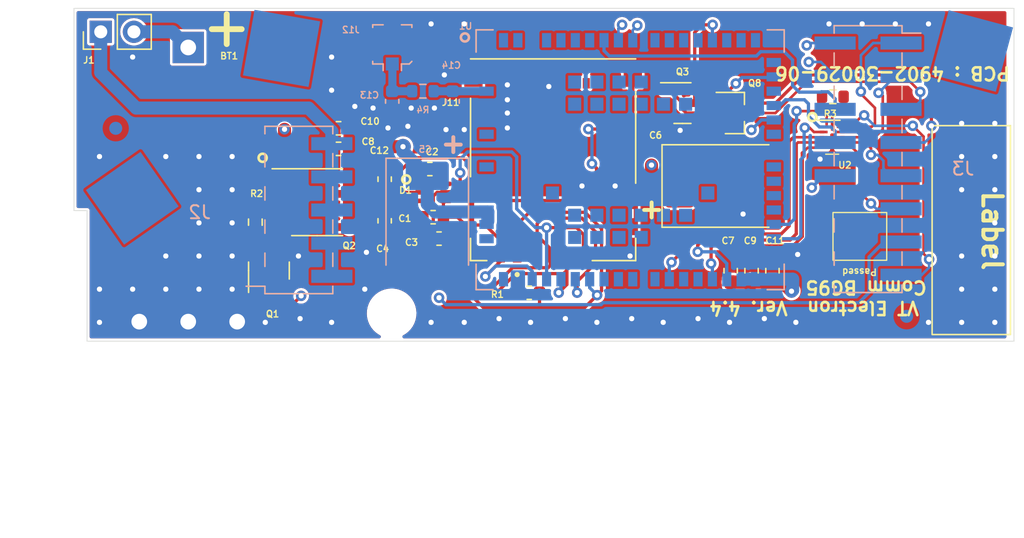
<source format=kicad_pcb>
(kicad_pcb (version 20221018) (generator pcbnew)
  (layers (0 "F.Cu" signal) (1 "In1.Cu" signal) (2 "In2.Cu" signal) (31 "B.Cu" signal) (34 "B.Paste" user) (35 "F.Paste" user) (36 "B.SilkS" user "B.Silkscreen") (37 "F.SilkS" user "F.Silkscreen") (38 "B.Mask" user) (39 "F.Mask" user) (44 "Edge.Cuts" user))
  (net 0 "")
  (net 1 "GND")
  (net 5 "/uGND")
  (net 6 "/uRST")
  (net 7 "/uCLK")
  (net 8 "/uData")
  (net 9 "/uVDD")
  (net 10 "/VBAT")
  (net 11 "/uStatus")
  (net 12 "/uPWRKEY")
  (net 13 "/+3V6")
  (net 14 "/uDTR")
  (net 15 "/TxD")
  (net 16 "/RxD")
  (net 17 "/uDCD")
  (net 18 "/RF_OUT")
  (net 19 "Net-(Q1-Pad3)")
  (net 20 "/RXD")
  (net 21 "/TXD")
  (net 22 "/VDD_EXT")
  (net 23 "/DTR")
  (net 24 "/DCD")
  (net 25 "/PWRKEY")
  (net 26 "/Status")
  (net 27 "/Alim")
  (net 59 "/+3V6d")
  (net 60 "/+3V3_UC")
  (net 61 "/RF_OUT1")
  (net 62 "Net-(R3-Pad2)")
  (net 63 "/T")
  (net 64 "/R")
  (net 65 "/D+")
  (net 66 "/D-")
  (net 67 "/Vbus")
  (footprint "Capacitor_SMD:C_0603_1608Metric" (layer "F.Cu") (at 30.51 -6.5 180)
    (fp_text reference "C1")
    (fp_text value "33p")
  )
  (footprint "Capacitor_SMD:C_0603_1608Metric" (layer "F.Cu") (at 30.26 -10.19 180)
    (fp_text reference "C2")
    (fp_text value "33p")
  )
  (footprint "Capacitor_SMD:C_0603_1608Metric" (layer "F.Cu") (at 30.9626 -4.86 180)
    (fp_text reference "C3")
    (fp_text value "33p")
  )
  (footprint "Capacitor_SMD:C_0603_1608Metric" (layer "F.Cu") (at 26.797 -6.223 -90)
    (fp_text reference "C4")
    (fp_text value "100n")
  )
  (footprint "Capacitor_Tantalum_SMD:CP_EIA-7361-38_AVX-V_Pad2.18x3.30mm_HandSolder" (layer "F.Cu") (at 52.578 -8.89)
    (fp_text reference "C6")
    (fp_text value "TAJD477K006RNJ")
  )
  (footprint "Capacitor_SMD:C_0603_1608Metric_Pad1.05x0.95mm_HandSolder" (layer "F.Cu") (at 53.3 -2.4 90)
    (fp_text reference "C7")
    (fp_text value "100n")
  )
  (footprint "Capacitor_SMD:C_0603_1608Metric_Pad1.05x0.95mm_HandSolder" (layer "F.Cu") (at 23.2664 -11.7348 180)
    (fp_text reference "C8")
    (fp_text value "100n")
  )
  (footprint "Capacitor_SMD:C_0603_1608Metric_Pad1.05x0.95mm_HandSolder" (layer "F.Cu") (at 54.9 -2.4 90)
    (fp_text reference "C9")
    (fp_text value "33p")
  )
  (footprint "Capacitor_SMD:C_0603_1608Metric_Pad1.05x0.95mm_HandSolder" (layer "F.Cu") (at 23.2664 -13.3096 180)
    (fp_text reference "C10")
    (fp_text value "33p")
  )
  (footprint "Capacitor_SMD:C_0603_1608Metric_Pad1.05x0.95mm_HandSolder" (layer "F.Cu") (at 56.5 -2.4 90)
    (fp_text reference "C11")
    (fp_text value "10p")
  )
  (footprint "Capacitor_SMD:C_0603_1608Metric_Pad1.05x0.95mm_HandSolder" (layer "F.Cu") (at 26.797 -9.412 -90)
    (fp_text reference "C12")
    (fp_text value "10p")
  )
  (footprint "Diode_SMD:SC70-6" (layer "F.Cu") (at 30.51 -8.4 -90)
    (fp_text reference "D1")
    (fp_text value "SMF05C.TCT" hide)
  )
  (footprint "Package_SO:SOIC-8_3.9x4.9mm_P1.27mm" (layer "F.Cu") (at 21.625 -7.65)
    (fp_text reference "Q2")
    (fp_text value "AO4459" hide)
  )
  (footprint "Package_TO_SOT_SMD:SOT-23" (layer "F.Cu") (at 53.594 -14.478)
    (fp_text reference "Q8")
    (fp_text value "PDTC143XT")
  )
  (footprint "Resistor_SMD:R_0603_1608Metric" (layer "F.Cu") (at 37.8714 -0.7112 180)
    (fp_text reference "R1")
    (fp_text value "15k")
  )
  (footprint "Connector_Molex:MOLEX_78646-3001" (layer "F.Cu") (at 39.7 -10.9 90)
    (fp_text reference "J11")
    (fp_text value "78646-3001")
  )
  (footprint "Package_DFN_QFN:Texas_R_PUQFN-N12" (layer "F.Cu") (at 61.075 -12.625)
    (fp_text reference "U2")
    (fp_text value "TXB0104RUT" hide)
  )
  (footprint "Resistor_SMD:R_0603_1608Metric" (layer "F.Cu") (at 61.125 -15.725)
    (fp_text reference "R3")
    (fp_text value "4k7")
  )
  (footprint "Package_TO_SOT_SMD:SOT-23" (layer "F.Cu") (at 17.9324 -2.413 90)
    (fp_text reference "Q1")
    (fp_text value "PDTC143XT")
  )
  (footprint "Battery:HLC1520-3P" (layer "F.Cu") (at 11.75 -19.5 -90)
    (fp_text reference "BT1")
    (fp_text value "HLC1520-3P")
  )
  (footprint "MountingHole:MountingHole_2.5mm  Simpla" (layer "F.Cu") (at 27.3304 0.8636)
    (fp_text reference "H1" hide)
    (fp_text value "MountingHole" hide)
  )
  (footprint "Fiducial:Fiducial_1mm_Mask2mm" (layer "F.Cu") (at 72.2376 -20.2946)
    (fp_text reference "FID1" hide)
    (fp_text value "Fiducial" hide)
  )
  (footprint "Resistor_SMD:R_0603_1608Metric" (layer "F.Cu") (at 16.891 -6.1214 -90)
    (fp_text reference "R2")
    (fp_text value "4k7" hide)
  )
  (footprint "Connector_PinHeader_2.54mm:PinHeader_1x02_P2.54mm_Vertical" (layer "F.Cu") (at 5.0496 -20.7 90)
    (fp_text reference "J1")
    (fp_text value "DNP")
  )
  (footprint "Fiducial:Fiducial_1mm_Mask2mm" (layer "F.Cu") (at 6.223 -2.794)
    (fp_text reference "FID4" hide)
    (fp_text value "Fiducial" hide)
  )
  (footprint "Symbol:Eticheta" (layer "F.Cu") (at 71.7296 -5.5118 -90)
    (fp_text reference "TP1" hide)
    (fp_text value "Eticheta" hide)
  )
  (footprint "Package_TO_SOT_SMD:SOT-23" (layer "F.Cu") (at 49.6085 -15.24)
    (fp_text reference "Q3")
    (fp_text value "PDTC143XT")
  )
  (footprint "BG95:XCVR_BG95M3LA-64-SGNS" (layer "B.Cu") (at 45.6 -10.9 -90)
    (fp_text reference "U1")
    (fp_text value "BG95")
  )
  (footprint "Capacitor_Tantalum_SMD:CP_EIA-7361-38_AVX-V_Pad2.18x3.30mm_HandSolder" (layer "B.Cu") (at 30.06 -6.48 -90)
    (fp_text reference "C5")
    (fp_text value "TAJD477K006RNJ")
  )
  (footprint "Connector_Coaxial:U.FL_Molex_MCRF_73412-0110_Vertical" (layer "B.Cu") (at 27.3812 -19.7358 180)
    (fp_text reference "J12")
    (fp_text value "CONUFL001-SMD-T" hide)
  )
  (footprint "Connector_PinHeader_2.54mm:PinHeader_2x08_P2.54mm_Vertical_SMD_MOD" (layer "B.Cu") (at 63.825 -10.95 180)
    (fp_text reference "J3")
    (fp_text value "Conn_02x08_Counter_Clockwise")
  )
  (footprint "TestPoint:TestPoint_Pad_5.1x5.1mm" (layer "B.Cu") (at 18.8976 -19.431 170)
    (fp_text reference "J5" hide)
    (fp_text value "Conn_01x01_Male" hide)
  )
  (footprint "Fiducial:Fiducial_1mm_Mask2mm" (layer "B.Cu") (at 66.7766 1.0922 180)
    (fp_text reference "FID2" hide)
    (fp_text value "Fiducial" hide)
  )
  (footprint "Resistor_SMD:R_0603_1608Metric" (layer "B.Cu") (at 29.725 -16.15)
    (fp_text reference "R4")
    (fp_text value "0")
  )
  (footprint "Connector_PinHeader_2.54mm:PinHeader_2x05_P2.54mm_Vertical_SMD_MOD" (layer "B.Cu") (at 20.225 -7.05)
    (fp_text reference "J2")
    (fp_text value "Conn_02x05_Counter_Clockwise")
  )
  (footprint "Capacitor_SMD:C_0603_1608Metric" (layer "B.Cu") (at 27.375 -15.375 -90)
    (fp_text reference "C13")
    (fp_text value "DNP")
  )
  (footprint "TestPoint:TestPoint_Pad_5.1x5.1mm" (layer "B.Cu") (at 71.8058 -19.2278 165)
    (fp_text reference "J6" hide)
    (fp_text value "Conn_01x01_Male" hide)
  )
  (footprint "TestPoint:TestPoint_Pad_5.1x5.1mm" (layer "B.Cu") (at 7.4676 -7.9502 125)
    (fp_text reference "J4" hide)
    (fp_text value "Conn_01x01_Male" hide)
  )
  (footprint "Fiducial:Fiducial_1mm_Mask2mm" (layer "B.Cu") (at 6.1976 -13.3096 180)
    (fp_text reference "FID3" hide)
    (fp_text value "Fiducial" hide)
  )
  (footprint "Capacitor_SMD:C_0603_1608Metric" (layer "B.Cu") (at 32 -15.375 -90)
    (fp_text reference "C14")
    (fp_text value "DNP")
  )
  (gr_circle (center 32.9438 -20.2692) (end 33.253847 -20.2692) (stroke (width 0.2)) (fill none) (layer "B.SilkS"))
  (gr_circle (center 28.448 -9.398) (end 28.758047 -9.398) (stroke (width 0.2)) (fill none) (layer "F.SilkS"))
  (gr_circle (center 59.563 -14.1732) (end 59.873047 -14.1732) (stroke (width 0.2)) (fill none) (layer "F.SilkS"))
  (gr_circle (center 17.4498 -11.049) (end 17.759847 -11.049) (stroke (width 0.2)) (fill none) (layer "F.SilkS"))
  (gr_rect (start 61.1378 -6.858) (end 65.2526 -3.2004) (stroke (width 0.1)) (fill none) (layer "F.SilkS"))
  (gr_line (start 4 -7) (end 4 3) (stroke (width 0.05)) (layer "Edge.Cuts"))
  (gr_line locked (start 75 3) (end 4 3) (stroke (width 0.05)) (layer "Edge.Cuts"))
  (gr_line (start 3 -22.5) (end 3 -7) (stroke (width 0.05)) (layer "Edge.Cuts"))
  (gr_line (start 75 3) (end 75 -22.5) (stroke (width 0.05)) (layer "Edge.Cuts"))
  (gr_line (start 3 -7) (end 4 -7) (stroke (width 0.05)) (layer "Edge.Cuts"))
  (gr_line (start 75 -22.5) (end 3 -22.5) (stroke (width 0.05)) (layer "Edge.Cuts"))
  (gr_text "+" (at 32.0548 -12.1666) (layer "B.SilkS") (effects (font (size 1.5 1.5) (thickness 0.3))))
  (gr_text "PCB : 4902-30029-06" (at 65.6844 -17.526 180) (layer "F.SilkS") (effects (font (size 1 1) (thickness 0.2))))
  (gr_text "VT Electron  Ver. 4.4\n\n" (at 59.69 -0.3556 180) (layer "F.SilkS") (effects (font (size 1 1) (thickness 0.2))))
  (gr_text "Label" (at 73.3298 -5.461 270) (layer "F.SilkS") (effects (font (size 1.5 1.5) (thickness 0.3))))
  (gr_text "Passed" (at 63.1698 -2.3114 180) (layer "F.SilkS") (effects (font (size 0.5 0.5) (thickness 0.1))))
  (gr_text "Comm BG95\n\n" (at 63.6778 -1.9304 180) (layer "F.SilkS") (effects (font (size 1 1) (thickness 0.2))))
  (gr_text "+" (at 47.244 -7.1628) (layer "F.SilkS") (effects (font (size 1.5 1.5) (thickness 0.3))))
  (segment (start 56.25 -3.25) (end 56.3 -3.2) (width 0.25) (layer "F.Cu") (net 1))
  (segment (start 55.7655 -8.2555) (end 54.25 -6.74) (width 0.25) (layer "F.Cu") (net 1))
  (segment (start 60.4066 -10.775) (end 60.25 -10.775) (width 0.25) (layer "F.Cu") (net 1))
  (segment (start 56.5 -3.275) (end 58.055 -3.275) (width 0.25) (layer "F.Cu") (net 1))
  (segment (start 53.3 -3.275) (end 54.875 -3.275) (width 0.25) (layer "F.Cu") (net 1))
  (segment (start 61.075 -11.825) (end 61.075 -11.025) (width 0.25) (layer "F.Cu") (net 1))
  (segment (start 55.7655 -8.89) (end 55.7655 -8.2555) (width 0.25) (layer "F.Cu") (net 1))
  (segment (start 60.825 -10.775) (end 60.4066 -10.775) (width 0.25) (layer "F.Cu") (net 1))
  (segment (start 49.43 -13.15) (end 49.808 -13.528) (width 0.25) (layer "F.Cu") (net 1))
  (segment (start 60.4066 -10.775) (end 60.3196 -10.775) (width 0.25) (layer "F.Cu") (net 1))
  (segment (start 58.432288 -3.647712) (end 58.432288 -3.644211) (width 0.25) (layer "F.Cu") (net 1))
  (segment (start 60.3196 -10.775) (end 60.1472 -10.9474) (width 0.25) (layer "F.Cu") (net 1))
  (segment (start 48.9 -13.15) (end 49.43 -13.15) (width 0.25) (layer "F.Cu") (net 1))
  (segment (start 60.25 -10.775) (end 60.225 -10.8) (width 0.25) (layer "F.Cu") (net 1))
  (segment (start 58.055 -3.275) (end 58.43 -3.65) (width 0.25) (layer "F.Cu") (net 1))
  (segment (start 48.671 -14.29) (end 48.671 -13.379) (width 0.25) (layer "F.Cu") (net 1))
  (segment (start 54.9 -3.275) (end 56.275 -3.275) (width 0.25) (layer "F.Cu") (net 1))
  (segment (start 48.671 -13.379) (end 48.9 -13.15) (width 0.25) (layer "F.Cu") (net 1))
  (segment (start 54.875 -3.275) (end 54.9 -3.25) (width 0.25) (layer "F.Cu") (net 1))
  (segment (start 49.808 -13.528) (end 52.594 -13.528) (width 0.25) (layer "F.Cu") (net 1))
  (segment (start 54.875 -3.275) (end 54.9 -3.3) (width 0.25) (layer "F.Cu") (net 1))
  (segment (start 58.43 -3.65) (end 58.432288 -3.647712) (width 0.25) (layer "F.Cu") (net 1))
  (segment (start 61.075 -11.025) (end 60.825 -10.775) (width 0.25) (layer "F.Cu") (net 1))
  (via (at 15.113 -11.145394) (size 0.8) (drill 0.4) (layers "F.Cu" "B.Cu") (net 1))
  (via (at 65.913 -21.305394) (size 0.8) (drill 0.4) (layers "F.Cu" "B.Cu") (net 1))
  (via (at 31.369 -17.399) (size 0.8) (drill 0.4) (layers "F.Cu" "B.Cu") (net 1))
  (via (at 39.37 -16.51) (size 0.8) (drill 0.4) (layers "F.Cu" "B.Cu") (net 1))
  (via (at 12.573 -0.985394) (size 0.8) (drill 0.4) (layers "F.Cu" "B.Cu") (net 1))
  (via (at 70.993 -11.145394) (size 0.8) (drill 0.4) (layers "F.Cu" "B.Cu") (net 1))
  (via (at 58.432288 -3.644211) (size 0.8) (drill 0.4) (layers "F.Cu" "B.Cu") (net 1))
  (via (at 73.533 -3.525394) (size 0.8) (drill 0.4) (layers "F.Cu" "B.Cu") (net 1))
  (via (at 10.033 -11.145394) (size 0.8) (drill 0.4) (layers "F.Cu" "B.Cu") (net 1))
  (via (at 36.195 -13.335) (size 0.8) (drill 0.4) (layers "F.Cu" "B.Cu") (net 1))
  (via (at 20.32 1.27) (size 0.8) (drill 0.4) (layers "F.Cu" "B.Cu") (net 1))
  (via (at 12.573 -8.605394) (size 0.8) (drill 0.4) (layers "F.Cu" "B.Cu") (net 1))
  (via (at 45.593 -3.525394) (size 0.8) (drill 0.4) (layers "F.Cu" "B.Cu") (net 1))
  (via (at 70.993 -13.685394) (size 0.8) (drill 0.4) (layers "F.Cu" "B.Cu") (net 1))
  (via (at 44.45 -8.89) (size 0.8) (drill 0.4) (layers "F.Cu" "B.Cu") (net 1))
  (via (at 35.56 1.27) (size 0.8) (drill 0.4) (layers "F.Cu" "B.Cu") (net 1))
  (via (at 70.993 -0.985394) (size 0.8) (drill 0.4) (layers "F.Cu" "B.Cu") (net 1))
  (via (at 53.213 1.554606) (size 0.8) (drill 0.4) (layers "F.Cu" "B.Cu") (net 1))
  (via (at 60.1472 -10.9474) (size 0.8) (drill 0.4) (layers "F.Cu" "B.Cu") (net 1))
  (via (at 41.91 -8.89) (size 0.8) (drill 0.4) (layers "F.Cu" "B.Cu") (net 1))
  (via (at 31.496 -13.208) (size 0.8) (drill 0.4) (layers "F.Cu" "B.Cu") (net 1))
  (via (at 12.573 -3.525394) (size 0.8) (drill 0.4) (layers "F.Cu" "B.Cu") (net 1))
  (via (at 32.893 -13.208) (size 0.8) (drill 0.4) (layers "F.Cu" "B.Cu") (net 1))
  (via (at 12.573 -6.065394) (size 0.8) (drill 0.4) (layers "F.Cu" "B.Cu") (net 1))
  (via (at 73.533 -13.685394) (size 0.8) (drill 0.4) (layers "F.Cu" "B.Cu") (net 1))
  (via (at 28.575 -13.462) (size 0.8) (drill 0.4) (layers "F.Cu" "B.Cu") (net 1))
  (via (at 55.88 1.27) (size 0.8) (drill 0.4) (layers "F.Cu" "B.Cu") (net 1))
  (via (at 36.195 -14.478) (size 0.8) (drill 0.4) (layers "F.Cu" "B.Cu") (net 1))
  (via (at 73.533 -8.605394) (size 0.8) (drill 0.4) (layers "F.Cu" "B.Cu") (net 1))
  (via (at 32.893 -21.305394) (size 0.8) (drill 0.4) (layers "F.Cu" "B.Cu") (net 1))
  (via (at 58.293 1.554606) (size 0.8) (drill 0.4) (layers "F.Cu" "B.Cu") (net 1))
  (via (at 37.973 1.554606) (size 0.8) (drill 0.4) (layers "F.Cu" "B.Cu") (net 1))
  (via (at 45.72 1.27) (size 0.8) (drill 0.4) (layers "F.Cu" "B.Cu") (net 1))
  (via (at 30.353 -21.305394) (size 0.8) (drill 0.4) (layers "F.Cu" "B.Cu") (net 1))
  (via (at 20.193 -3.525394) (size 0.8) (drill 0.4) (layers "F.Cu" "B.Cu") (net 1))
  (via (at 25.908 -14.859) (size 0.8) (drill 0.4) (layers "F.Cu" "B.Cu") (net 1))
  (via (at 68.453 -21.305394) (size 0.8) (drill 0.4) (layers "F.Cu" "B.Cu") (net 1))
  (via (at 4.953 -11.145394) (size 0.8) (drill 0.4) (layers "F.Cu" "B.Cu") (net 1))
  (via (at 25.4 -3.81) (size 0.8) (drill 0.4) (layers "F.Cu" "B.Cu") (net 1))
  (via (at 70.993 -8.605394) (size 0.8) (drill 0.4) (layers "F.Cu" "B.Cu") (net 1))
  (via (at 36.195 -16.637) (size 0.8) (drill 0.4) (layers "F.Cu" "B.Cu") (net 1))
  (via (at 49.43 -13.15) (size 0.8) (drill 0.4) (layers "F.Cu" "B.Cu") (net 1))
  (via (at 36.195 -15.494) (size 0.8) (drill 0.4) (layers "F.Cu" "B.Cu") (net 1))
  (via (at 24.511 -14.986) (size 0.8) (drill 0.4) (layers "F.Cu" "B.Cu") (net 1))
  (via (at 15.113 -3.525394) (size 0.8) (drill 0.4) (layers "F.Cu" "B.Cu") (net 1))
  (via (at 22.733 -16.225394) (size 0.8) (drill 0.4) (layers "F.Cu" "B.Cu") (net 1))
  (via (at 60.833 -21.305394) (size 0.8) (drill 0.4) (layers "F.Cu" "B.Cu") (net 1))
  (via (at 70.993 -3.525394) (size 0.8) (drill 0.4) (layers "F.Cu" "B.Cu") (net 1))
  (via (at 27.051 -13.335) (size 0.8) (drill 0.4) (layers "F.Cu" "B.Cu") (net 1))
  (via (at 28.829 -14.859) (size 0.8) (drill 0.4) (layers "F.Cu" "B.Cu") (net 1))
  (via (at 68.453 1.554606) (size 0.8) (drill 0.4) (layers "F.Cu" "B.Cu") (net 1))
  (via (at 73.533 1.554606) (size 0.8) (drill 0.4) (layers "F.Cu" "B.Cu") (net 1))
  (via (at 73.533 -11.145394) (size 0.8) (drill 0.4) (layers "F.Cu" "B.Cu") (net 1))
  (via (at 7.493 -18.765394) (size 0.8) (drill 0.4) (layers "F.Cu" "B.Cu") (net 1))
  (via (at 32.893 1.554606) (size 0.8) (drill 0.4) (layers "F.Cu" "B.Cu") (net 1))
  (via (at 15.113 -6.065394) (size 0.8) (drill 0.4) (layers "F.Cu" "B.Cu") (net 1))
  (via (at 10.033 -3.525394) (size 0.8) (drill 0.4) (layers "F.Cu" "B.Cu") (net 1))
  (via (at 12.573 -11.145394) (size 0.8) (drill 0.4) (layers "F.Cu" "B.Cu") (net 1))
  (via (at 30.353 1.554606) (size 0.8) (drill 0.4) (layers "F.Cu" "B.Cu") (net 1))
  (via (at 63.373 -21.305394) (size 0.8) (drill 0.4) (layers "F.Cu" "B.Cu") (net 1))
  (via (at 10.033 -0.985394) (size 0.8) (drill 0.4) (layers "F.Cu" "B.Cu") (net 1))
  (via (at 54.25 -6.74) (size 0.8) (drill 0.4) (layers "F.Cu" "B.Cu") (net 1))
  (via (at 7.493 -0.985394) (size 0.8) (drill 0.4) (layers "F.Cu" "B.Cu") (net 1))
  (via (at 70.993 1.554606) (size 0.8) (drill 0.4) (layers "F.Cu" "B.Cu") (net 1))
  (via (at 15.113 -0.985394) (size 0.8) (drill 0.4) (layers "F.Cu" "B.Cu") (net 1))
  (via (at 48.133 1.554606) (size 0.8) (drill 0.4) (layers "F.Cu" "B.Cu") (net 1))
  (via (at 73.533 -6.065394) (size 0.8) (drill 0.4) (layers "F.Cu" "B.Cu") (net 1))
  (via (at 22.733 -18.765394) (size 0.8) (drill 0.4) (layers "F.Cu" "B.Cu") (net 1))
  (via (at 73.533 -0.985394) (size 0.8) (drill 0.4) (layers "F.Cu" "B.Cu") (net 1))
  (via (at 4.953 -0.985394) (size 0.8) (drill 0.4) (layers "F.Cu" "B.Cu") (net 1))
  (via (at 40.64 1.27) (size 0.8) (drill 0.4) (layers "F.Cu" "B.Cu") (net 1))
  (via (at 30.607 -14.859) (size 0.8) (drill 0.4) (layers "F.Cu" "B.Cu") (net 1))
  (via (at 25.273 -0.985394) (size 0.8) (drill 0.4) (layers "F.Cu" "B.Cu") (net 1))
  (via (at 15.113 -8.605394) (size 0.8) (drill 0.4) (layers "F.Cu" "B.Cu") (net 1))
  (via (at 50.8 1.27) (size 0.8) (drill 0.4) (layers "F.Cu" "B.Cu") (net 1))
  (via (at 43.053 1.554606) (size 0.8) (drill 0.4) (layers "F.Cu" "B.Cu") (net 1))
  (via (at 17.653 1.554606) (size 0.8) (drill 0.4) (layers "F.Cu" "B.Cu") (net 1))
  (via (at 22.733 1.554606) (size 0.8) (drill 0.4) (layers "F.Cu" "B.Cu") (net 1))
  (via (at 4.953 1.554606) (size 0.8) (drill 0.4) (layers "F.Cu" "B.Cu") (net 1))
  (segment (start 33.43 -7.775) (end 35.925 -7.775) (width 0.25) (layer "F.Cu") (net 5))
  (segment (start 35.675 -4.725) (end 34.5 -5.9) (width 0.25) (layer "F.Cu") (net 5))
  (segment (start 43.025 -7.775) (end 43.025 -10.25) (width 0.25) (layer "F.Cu") (net 5))
  (segment (start 42.4 -13.25) (end 45.175 -13.25) (width 0.25) (layer "F.Cu") (net 5))
  (segment (start 28.01 -6.9) (end 28.41 -6.5) (width 0.25) (layer "F.Cu") (net 5))
  (segment (start 34.5 -5.9) (end 33.6 -5.9) (width 0.25) (layer "F.Cu") (net 5))
  (segment (start 29.4725 -10.19) (end 29.4725 -10.9225) (width 0.25) (layer "F.Cu") (net 5))
  (segment (start 36.795 -7.775) (end 43.025 -7.775) (width 0.25) (layer "F.Cu") (net 5))
  (segment (start 45.24 -17.9) (end 45.805 -17.335) (width 0.25) (layer "F.Cu") (net 5))
  (segment (start 28.41 -6.5) (end 29.61 -6.5) (width 0.25) (layer "F.Cu") (net 5))
  (segment (start 28.11 -8.4) (end 28.01 -8.3) (width 0.25) (layer "F.Cu") (net 5))
  (segment (start 27.8995 -7.0105) (end 28.01 -6.9) (width 0.25) (layer "F.Cu") (net 5))
  (segment (start 26.797 -7.0105) (end 27.8995 -7.0105) (width 0.25) (layer "F.Cu") (net 5))
  (segment (start 29.6 -11.05) (end 29.01 -11.05) (width 0.25) (layer "F.Cu") (net 5))
  (segment (start 32.78548 -11.05) (end 29.6 -11.05) (width 0.25) (layer "F.Cu") (net 5))
  (segment (start 45.925 -7.775) (end 46 -7.7) (width 0.25) (layer "F.Cu") (net 5))
  (segment (start 29.4725 -10.9225) (end 29.6 -11.05) (width 0.25) (layer "F.Cu") (net 5))
  (segment (start 35.55 -17.9) (end 45.24 -17.9) (width 0.25) (layer "F.Cu") (net 5))
  (segment (start 46 -7.7) (end 46 -5.8) (width 0.25) (layer "F.Cu") (net 5))
  (segment (start 29.7225 -5.3126) (end 30.1751 -4.86) (width 0.25) (layer "F.Cu") (net 5))
  (segment (start 35.675 -3.605) (end 35.675 -3.135) (width 0.25) (layer "F.Cu") (net 5))
  (segment (start 29.01 -11.05) (end 28.16 -10.2) (width 0.25) (layer "F.Cu") (net 5))
  (segment (start 43.025 -10.25) (end 42.675 -10.6) (width 0.25) (layer "F.Cu") (net 5))
  (segment (start 35.675 -3.605) (end 35.675 -4.725) (width 0.25) (layer "F.Cu") (net 5))
  (segment (start 28.01 -10.05) (end 28.01 -8.3) (width 0.25) (layer "F.Cu") (net 5))
  (segment (start 45.805 -13.88) (end 45.805 -17.335) (width 0.25) (layer "F.Cu") (net 5))
  (segment (start 43.025 -7.775) (end 45.925 -7.775) (width 0.25) (layer "F.Cu") (net 5))
  (segment (start 35.925 -7.775) (end 36.795 -7.775) (width 0.25) (layer "F.Cu") (net 5))
  (segment (start 34.985 -17.335) (end 35.55 -17.9) (width 0.25) (layer "F.Cu") (net 5))
  (segment (start 33.4 -5.9) (end 33.4 -7.8) (width 0.25) (layer "F.Cu") (net 5))
  (segment (start 33.6 -5.9) (end 33.4 -5.9) (width 0.25) (layer "F.Cu") (net 5))
  (segment (start 29.7225 -6.5) (end 29.7225 -5.3126) (width 0.25) (layer "F.Cu") (net 5))
  (segment (start 33.43 -10.40548) (end 32.78548 -11.05) (width 0.25) (layer "F.Cu") (net 5))
  (segment (start 28.01 -6.9) (end 28.01 -8.3) (width 0.25) (layer "F.Cu") (net 5))
  (segment (start 35.675 -3.135) (end 35.675 -3.125) (width 0.25) (layer "F.Cu") (net 5))
  (segment (start 29.56 -8.4) (end 28.11 -8.4) (width 0.25) (layer "F.Cu") (net 5))
  (segment (start 45.175 -13.25) (end 45.805 -13.88) (width 0.25) (layer "F.Cu") (net 5))
  (segment (start 28.16 -10.2) (end 28.01 -10.05) (width 0.25) (layer "F.Cu") (net 5))
  (segment (start 33.595 -17.335) (end 34.985 -17.335) (width 0.25) (layer "F.Cu") (net 5))
  (segment (start 33.43 -7.775) (end 33.43 -10.40548) (width 0.25) (layer "F.Cu") (net 5))
  (segment (start 35.675 -3.125) (end 34.51 -1.96) (width 0.25) (layer "F.Cu") (net 5))
  (via (at 42.675 -10.6) (size 0.8) (drill 0.4) (layers "F.Cu" "B.Cu") (net 5))
  (via (at 34.51 -1.96) (size 0.8) (drill 0.4) (layers "F.Cu" "B.Cu") (net 5))
  (via (at 42.4 -13.25) (size 0.8) (drill 0.4) (layers "F.Cu" "B.Cu") (net 5))
  (segment (start 42.675 -12.975) (end 42.4 -13.25) (width 0.25) (layer "B.Cu") (net 5))
  (segment (start 35.31 -2.76) (end 37.69 -2.76) (width 0.25) (layer "B.Cu") (net 5))
  (segment (start 38.1 -2.35) (end 38.1 -1.75) (width 0.25) (layer "B.Cu") (net 5))
  (segment (start 42.675 -10.6) (end 42.675 -12.975) (width 0.25) (layer "B.Cu") (net 5))
  (segment (start 34.51 -1.96) (end 35.31 -2.76) (width 0.25) (layer "B.Cu") (net 5))
  (segment (start 37.69 -2.76) (end 38.1 -2.35) (width 0.25) (layer "B.Cu") (net 5))
  (segment (start 32.38 -6.5) (end 32.87 -6.01) (width 0.25) (layer "F.Cu") (net 6))
  (segment (start 36.59 -2.63) (end 39.32 -2.63) (width 0.25) (layer "F.Cu") (net 6))
  (segment (start 42.95 -5.38) (end 42.95 -2.980978) (width 0.25) (layer "F.Cu") (net 6))
  (segment (start 32.87 -2.38) (end 34.05 -1.2) (width 0.25) (layer "F.Cu") (net 6))
  (segment (start 41.905489 -6.424511) (end 42.95 -5.38) (width 0.25) (layer "F.Cu") (net 6))
  (segment (start 31.2975 -6.5) (end 31.2975 -7.5875) (width 0.25) (layer "F.Cu") (net 6))
  (segment (start 41.54 -1.570978) (end 41.54 -0.719989) (width 0.25) (layer "F.Cu") (net 6))
  (segment (start 38.475489 -5.104511) (end 38.475489 -6.000103) (width 0.25) (layer "F.Cu") (net 6))
  (segment (start 39.485 -4.095) (end 38.475489 -5.104511) (width 0.25) (layer "F.Cu") (net 6))
  (segment (start 32.87 -6.01) (end 32.87 -2.38) (width 0.25) (layer "F.Cu") (net 6))
  (segment (start 34.05 -1.2) (end 35.16 -1.2) (width 0.25) (layer "F.Cu") (net 6))
  (segment (start 39.485 -3.605) (end 39.485 -4.095) (width 0.25) (layer "F.Cu") (net 6))
  (segment (start 35.16 -1.2) (end 36.59 -2.63) (width 0.25) (layer "F.Cu") (net 6))
  (segment (start 39.32 -2.63) (end 39.485 -2.795) (width 0.25) (layer "F.Cu") (net 6))
  (segment (start 39.485 -2.795) (end 39.485 -3.605) (width 0.25) (layer "F.Cu") (net 6))
  (segment (start 38.899897 -6.424511) (end 41.905489 -6.424511) (width 0.25) (layer "F.Cu") (net 6))
  (segment (start 38.475489 -6.000103) (end 38.899897 -6.424511) (width 0.25) (layer "F.Cu") (net 6))
  (segment (start 31.2975 -6.5) (end 32.38 -6.5) (width 0.25) (layer "F.Cu") (net 6))
  (segment (start 31.2975 -7.5875) (end 31.46 -7.75) (width 0.25) (layer "F.Cu") (net 6))
  (segment (start 42.95 -2.980978) (end 41.54 -1.570978) (width 0.25) (layer "F.Cu") (net 6))
  (via (at 41.54 -0.719989) (size 0.8) (drill 0.4) (layers "F.Cu" "B.Cu") (net 6))
  (segment (start 41.4 -0.67) (end 41.449989 -0.719989) (width 0.25) (layer "B.Cu") (net 6))
  (segment (start 41.4 -1.75) (end 41.4 -0.67) (width 0.25) (layer "B.Cu") (net 6))
  (segment (start 41.449989 -0.719989) (end 41.54 -0.719989) (width 0.25) (layer "B.Cu") (net 6))
  (segment (start 32.33 -9.05) (end 32.58 -9.3) (width 0.25) (layer "F.Cu") (net 7))
  (segment (start 41.5 -5.7) (end 39.2 -5.7) (width 0.25) (layer "F.Cu") (net 7))
  (segment (start 42.025 -5.175) (end 41.5 -5.7) (width 0.25) (layer "F.Cu") (net 7))
  (segment (start 31.46 -9.05) (end 32.33 -9.05) (width 0.25) (layer "F.Cu") (net 7))
  (segment (start 31.0475 -9.4625) (end 31.46 -9.05) (width 0.25) (layer "F.Cu") (net 7))
  (segment (start 31.0475 -10.19) (end 31.0475 -9.4625) (width 0.25) (layer "F.Cu") (net 7))
  (segment (start 42.025 -3.605) (end 42.025 -5.175) (width 0.25) (layer "F.Cu") (net 7))
  (segment (start 32.58 -9.3) (end 32.58 -9.9) (width 0.25) (layer "F.Cu") (net 7))
  (via (at 32.58 -9.9) (size 0.8) (drill 0.4) (layers "F.Cu" "B.Cu") (net 7))
  (via (at 39.2 -5.7) (size 0.8) (drill 0.4) (layers "F.Cu" "B.Cu") (net 7))
  (segment (start 36.91 -7.14) (end 38.35 -5.7) (width 0.25) (layer "B.Cu") (net 7))
  (segment (start 36.53 -11.5) (end 36.91 -11.12) (width 0.25) (layer "B.Cu") (net 7))
  (segment (start 32.58 -9.9) (end 32.58 -10.94) (width 0.25) (layer "B.Cu") (net 7))
  (segment (start 32.58 -10.94) (end 33.14 -11.5) (width 0.25) (layer "B.Cu") (net 7))
  (segment (start 33.14 -11.5) (end 36.53 -11.5) (width 0.25) (layer "B.Cu") (net 7))
  (segment (start 36.91 -11.12) (end 36.91 -7.14) (width 0.25) (layer "B.Cu") (net 7))
  (segment (start 39.2 -1.9) (end 39.3 -1.8) (width 0.25) (layer "B.Cu") (net 7))
  (segment (start 39.2 -5.7) (end 39.2 -1.9) (width 0.25) (layer "B.Cu") (net 7))
  (segment (start 38.35 -5.7) (end 39.2 -5.7) (width 0.25) (layer "B.Cu") (net 7))
  (segment (start 40.50048 -2.18048) (end 37.18168 -2.18048) (width 0.25) (layer "F.Cu") (net 8))
  (segment (start 31.7501 -2.8701) (end 31.7501 -4.86) (width 0.25) (layer "F.Cu") (net 8))
  (segment (start 37.0839 -2.0827) (end 37.18168 -2.18048) (width 0.25) (layer "F.Cu") (net 8))
  (segment (start 40.13 -0.72) (end 40.755 -1.345) (width 0.25) (layer "F.Cu") (net 8))
  (segment (start 40.755 -2.435) (end 40.50048 -2.18048) (width 0.25) (layer "F.Cu") (net 8))
  (segment (start 40.755 -2.435) (end 40.755 -3.605) (width 0.25) (layer "F.Cu") (net 8))
  (segment (start 36.84048 -2.18048) (end 35.41 -0.75) (width 0.25) (layer "F.Cu") (net 8))
  (segment (start 31.46 -8.4) (end 30.81 -8.4) (width 0.25) (layer "F.Cu") (net 8))
  (segment (start 30.81 -8.4) (end 30.52 -8.11) (width 0.25) (layer "F.Cu") (net 8))
  (segment (start 30.8102 -5.5626) (end 31.3436 -5.5626) (width 0.25) (layer "F.Cu") (net 8))
  (segment (start 33.864283 -0.75) (end 32.42048 -2.193803) (width 0.25) (layer "F.Cu") (net 8))
  (segment (start 37.0839 -0.7112) (end 37.0839 -2.0827) (width 0.25) (layer "F.Cu") (net 8))
  (segment (start 30.52 -8.11) (end 30.52 -5.8528) (width 0.25) (layer "F.Cu") (net 8))
  (segment (start 31.7501 -5.1561) (end 31.7501 -4.86) (width 0.25) (layer "F.Cu") (net 8))
  (segment (start 32.42048 -2.19972) (end 31.7501 -2.8701) (width 0.25) (layer "F.Cu") (net 8))
  (segment (start 31.3436 -5.5626) (end 31.7501 -5.1561) (width 0.25) (layer "F.Cu") (net 8))
  (segment (start 40.755 -1.345) (end 40.755 -2.435) (width 0.25) (layer "F.Cu") (net 8))
  (segment (start 32.42048 -2.193803) (end 32.42048 -2.19972) (width 0.25) (layer "F.Cu") (net 8))
  (segment (start 30.52 -5.8528) (end 30.8102 -5.5626) (width 0.25) (layer "F.Cu") (net 8))
  (segment (start 35.41 -0.75) (end 33.864283 -0.75) (width 0.25) (layer "F.Cu") (net 8))
  (segment (start 37.18168 -2.18048) (end 36.84048 -2.18048) (width 0.25) (layer "F.Cu") (net 8))
  (via (at 40.13 -0.72) (size 0.8) (drill 0.4) (layers "F.Cu" "B.Cu") (net 8))
  (segment (start 40.3 -1.75) (end 40.3 -0.89) (width 0.25) (layer "B.Cu") (net 8))
  (segment (start 40.3 -0.89) (end 40.13 -0.72) (width 0.25) (layer "B.Cu") (net 8))
  (segment (start 38.6589 0.3303) (end 38.7604 0.4318) (width 0.25) (layer "F.Cu") (net 9))
  (segment (start 43.07 -0.53) (end 43.41 -0.87) (width 0.25) (layer "F.Cu") (net 9))
  (segment (start 38.7604 0.4318) (end 42.1082 0.4318) (width 0.25) (layer "F.Cu") (net 9))
  (segment (start 29.6926 -3.937) (end 28.1941 -5.4355) (width 0.25) (layer "F.Cu") (net 9))
  (segment (start 28.1941 -5.4355) (end 26.797 -5.4355) (width 0.25) (layer "F.Cu") (net 9))
  (segment (start 36.945 -5.945) (end 36.945 -3.605) (width 0.25) (layer "F.Cu") (net 9))
  (segment (start 31.1912 -3.5052) (end 30.7594 -3.937) (width 0.25) (layer "F.Cu") (net 9))
  (segment (start 31.1912 -2.7432) (end 31.1912 -3.5052) (width 0.25) (layer "F.Cu") (net 9))
  (segment (start 30.7594 -3.937) (end 29.6926 -3.937) (width 0.25) (layer "F.Cu") (net 9))
  (segment (start 43.41 -0.87) (end 43.41 -5.61) (width 0.25) (layer "F.Cu") (net 9))
  (segment (start 37.874031 -6.874031) (end 36.945 -5.945) (width 0.25) (layer "F.Cu") (net 9))
  (segment (start 42.1082 0.4318) (end 43.07 -0.53) (width 0.25) (layer "F.Cu") (net 9))
  (segment (start 34.3662 0.4318) (end 31.1912 -2.7432) (width 0.25) (layer "F.Cu") (net 9))
  (segment (start 38.6589 -0.7112) (end 38.6589 0.3303) (width 0.25) (layer "F.Cu") (net 9))
  (segment (start 43.41 -5.61) (end 42.145969 -6.874031) (width 0.25) (layer "F.Cu") (net 9))
  (segment (start 38.7604 0.4318) (end 34.3662 0.4318) (width 0.25) (layer "F.Cu") (net 9))
  (segment (start 42.145969 -6.874031) (end 37.874031 -6.874031) (width 0.25) (layer "F.Cu") (net 9))
  (via (at 43.07 -0.53) (size 0.8) (drill 0.4) (layers "F.Cu" "B.Cu") (net 9))
  (segment (start 42.5 -1.75) (end 42.5 -1.1) (width 0.25) (layer "B.Cu") (net 9))
  (segment (start 42.5 -1.1) (end 43.07 -0.53) (width 0.25) (layer "B.Cu") (net 9))
  (segment (start 24.1 -7.015) (end 24.1 -5.745) (width 1) (layer "F.Cu") (net 10))
  (segment (start 26.835 -10.325) (end 26.797 -10.287) (width 1) (layer "F.Cu") (net 10))
  (segment (start 26.835 -11.9) (end 26.835 -10.325) (width 1) (layer "F.Cu") (net 10))
  (segment (start 28.2 -11.9) (end 26.835 -11.9) (width 1) (layer "F.Cu") (net 10))
  (segment (start 47.23398 -10.49102) (end 47.23398 -9.40802) (width 1) (layer "F.Cu") (net 10))
  (segment (start 24.1414 -11.7348) (end 24.1414 -13.3096) (width 1) (layer "F.Cu") (net 10))
  (segment (start 47.752 -8.89) (end 49.3905 -8.89) (width 1) (layer "F.Cu") (net 10))
  (segment (start 24.1 -9.555) (end 24.1 -8.285) (width 1) (layer "F.Cu") (net 10))
  (segment (start 26.835 -11.9) (end 24.3066 -11.9) (width 1) (layer "F.Cu") (net 10))
  (segment (start 24.1 -9.555) (end 24.1 -11.6934) (width 1) (layer "F.Cu") (net 10))
  (segment (start 47.23398 -9.40802) (end 47.752 -8.89) (width 1) (layer "F.Cu") (net 10))
  (segment (start 53.3 -1.525) (end 54.475 -1.525) (width 1) (layer "F.Cu") (net 10))
  (segment (start 56.5 -1.525) (end 57.265 -1.525) (width 1) (layer "F.Cu") (net 10))
  (segment (start 57.265 -1.525) (end 57.96 -0.83) (width 1) (layer "F.Cu") (net 10))
  (segment (start 53.3 -1.525) (end 56.5 -1.525) (width 1) (layer "F.Cu") (net 10))
  (segment (start 24.1 -11.6934) (end 24.1414 -11.7348) (width 1) (layer "F.Cu") (net 10))
  (segment (start 24.1 -8.285) (end 24.1 -7.015) (width 1) (layer "F.Cu") (net 10))
  (segment (start 54.475 -1.525) (end 54.5 -1.5) (width 1) (layer "F.Cu") (net 10))
  (segment (start 54.825 -1.525) (end 54.9 -1.6) (width 1) (layer "F.Cu") (net 10))
  (segment (start 24.3066 -11.9) (end 24.1414 -11.7348) (width 1) (layer "F.Cu") (net 10))
  (via (at 57.96 -0.83) (size 0.8) (drill 0.4) (layers "F.Cu" "B.Cu") (net 10))
  (via (at 47.23398 -10.49102) (size 0.8) (drill 0.4) (layers "F.Cu" "B.Cu") (net 10))
  (via (at 28.2 -11.9) (size 1.2) (drill 0.4) (layers "F.Cu" "B.Cu") (net 10))
  (segment (start 54.35 -1.75) (end 54.3 -1.7) (width 1) (layer "B.Cu") (net 10))
  (segment (start 30.06 -7.52) (end 30.06 -9.6675) (width 1) (layer "B.Cu") (net 10))
  (segment (start 30.680001 -6.899999) (end 30.06 -7.52) (width 1) (layer "B.Cu") (net 10))
  (segment (start 28.2 -11.9) (end 28.2 -11.5275) (width 1) (layer "B.Cu") (net 10))
  (segment (start 55.2 -1.75) (end 54.35 -1.75) (width 1) (layer "B.Cu") (net 10))
  (segment (start 34.7 -6.2) (end 34.7 -6.899999) (width 1) (layer "B.Cu") (net 10))
  (segment (start 34.7 -6.899999) (end 30.680001 -6.899999) (width 1) (layer "B.Cu") (net 10))
  (segment (start 28.2 -11.5275) (end 30.06 -9.6675) (width 1) (layer "B.Cu") (net 10))
  (segment (start 55.2 -1.75) (end 58.05 -1.75) (width 1) (layer "B.Cu") (net 10))
  (segment (start 58.05 -1.75) (end 58.05 -0.92) (width 1) (layer "B.Cu") (net 10))
  (segment (start 58.05 -0.92) (end 57.96 -0.83) (width 1) (layer "B.Cu") (net 10))
  (segment (start 67.05 -16.875) (end 67.825 -16.1) (width 0.2) (layer "F.Cu") (net 11))
  (segment (start 59.125 -16.875) (end 67.05 -16.875) (width 0.2) (layer "F.Cu") (net 11))
  (segment (start 54.594 -14.478) (end 56.728 -14.478) (width 0.2) (layer "F.Cu") (net 11))
  (segment (start 56.728 -14.478) (end 59.125 -16.875) (width 0.2) (layer "F.Cu") (net 11))
  (via (at 67.825 -16.1) (size 0.8) (drill 0.4) (layers "F.Cu" "B.Cu") (net 11))
  (segment (start 67.21 -14.76) (end 67.825 -15.375) (width 0.2) (layer "B.Cu") (net 11))
  (segment (start 67.825 -15.375) (end 67.825 -16.1) (width 0.2) (layer "B.Cu") (net 11))
  (segment (start 66.35 -14.76) (end 67.21 -14.76) (width 0.2) (layer "B.Cu") (net 11))
  (segment (start 48.671 -16.19) (end 49.48398 -15.37702) (width 0.25) (layer "F.Cu") (net 12))
  (segment (start 58.9 -17.4) (end 67.75 -17.4) (width 0.25) (layer "F.Cu") (net 12))
  (segment (start 67.75 -17.4) (end 68.675 -16.475) (width 0.25) (layer "F.Cu") (net 12))
  (segment (start 56.74 -15.24) (end 58.9 -17.4) (width 0.25) (layer "F.Cu") (net 12))
  (segment (start 49.48398 -15.37702) (end 49.48398 -14.893448) (width 0.25) (layer "F.Cu") (net 12))
  (segment (start 49.899428 -14.478) (end 52.860511 -14.478) (width 0.25) (layer "F.Cu") (net 12))
  (segment (start 52.860511 -14.478) (end 53.086 -14.703489) (width 0.25) (layer "F.Cu") (net 12))
  (segment (start 53.848 -15.24) (end 56.74 -15.24) (width 0.25) (layer "F.Cu") (net 12))
  (segment (start 49.48398 -14.893448) (end 49.899428 -14.478) (width 0.25) (layer "F.Cu") (net 12))
  (segment (start 53.086 -14.703489) (end 53.311489 -14.703489) (width 0.25) (layer "F.Cu") (net 12))
  (segment (start 68.675 -16.475) (end 68.675 -13.5) (width 0.25) (layer "F.Cu") (net 12))
  (segment (start 53.311489 -14.703489) (end 53.848 -15.24) (width 0.25) (layer "F.Cu") (net 12))
  (via (at 68.675 -13.5) (size 0.8) (drill 0.4) (layers "F.Cu" "B.Cu") (net 12))
  (segment (start 68.7 -13.475) (end 68.675 -13.5) (width 0.2) (layer "B.Cu") (net 12))
  (segment (start 66.35 -12.22) (end 68.17 -12.22) (width 0.2) (layer "B.Cu") (net 12))
  (segment (start 68.7 -12.75) (end 68.7 -13.475) (width 0.2) (layer "B.Cu") (net 12))
  (segment (start 68.17 -12.22) (end 68.7 -12.75) (width 0.2) (layer "B.Cu") (net 12))
  (segment (start 22.75 -12.13) (end 22.75 -13.075) (width 1) (layer "B.Cu") (net 13))
  (segment (start 22.75 -13.075) (end 20.966 -14.859) (width 1) (layer "B.Cu") (net 13))
  (segment (start 22.75 -2.005) (end 22.75 -12.13) (width 1) (layer "B.Cu") (net 13))
  (segment (start 7.7724 -14.859) (end 5.0496 -17.5818) (width 1) (layer "B.Cu") (net 13))
  (segment (start 5.0496 -17.5818) (end 5.0496 -20.7) (width 1) (layer "B.Cu") (net 13))
  (segment (start 20.966 -14.859) (end 7.7724 -14.859) (width 1) (layer "B.Cu") (net 13))
  (segment (start 64.1 -13.425) (end 63.475 -13.425) (width 0.2) (layer "F.Cu") (net 14))
  (segment (start 64.35 -14.875) (end 64.35 -13.675) (width 0.2) (layer "F.Cu") (net 14))
  (segment (start 63.475 -13.425) (end 63.075 -13.025) (width 0.2) (layer "F.Cu") (net 14))
  (segment (start 64.35 -13.675) (end 64.1 -13.425) (width 0.2) (layer "F.Cu") (net 14))
  (segment (start 63.975 -15.25) (end 64.35 -14.875) (width 0.2) (layer "F.Cu") (net 14))
  (segment (start 63.975 -15.25) (end 63.275 -15.95) (width 0.2) (layer "F.Cu") (net 14))
  (segment (start 63.075 -13.025) (end 61.725 -13.025) (width 0.2) (layer "F.Cu") (net 14))
  (segment (start 63.275 -15.95) (end 63.275 -16.125) (width 0.2) (layer "F.Cu") (net 14))
  (via (at 63.275 -16.125) (size 0.8) (drill 0.4) (layers "F.Cu" "B.Cu") (net 14))
  (segment (start 64.215 -19.84) (end 66.35 -19.84) (width 0.2) (layer "B.Cu") (net 14))
  (segment (start 63.275 -16.125) (end 63.275 -18.9) (width 0.2) (layer "B.Cu") (net 14))
  (segment (start 63.275 -18.9) (end 64.215 -19.84) (width 0.2) (layer "B.Cu") (net 14))
  (segment (start 61.725 -12.225) (end 63.6 -12.225) (width 0.2) (layer "F.Cu") (net 15))
  (segment (start 64.05 -11.775) (end 64.05 -11.275) (width 0.2) (layer "F.Cu") (net 15))
  (segment (start 63.6 -12.225) (end 64.05 -11.775) (width 0.2) (layer "F.Cu") (net 15))
  (via (at 64.05 -11.275) (size 0.8) (drill 0.4) (layers "F.Cu" "B.Cu") (net 15))
  (segment (start 65 -10.225) (end 65 -10.825) (width 0.2) (layer "B.Cu") (net 15))
  (segment (start 64.55 -11.275) (end 64.05 -11.275) (width 0.2) (layer "B.Cu") (net 15))
  (segment (start 65 -10.825) (end 64.55 -11.275) (width 0.2) (layer "B.Cu") (net 15))
  (segment (start 65.545 -9.68) (end 65 -10.225) (width 0.2) (layer "B.Cu") (net 15))
  (segment (start 66.35 -9.68) (end 65.545 -9.68) (width 0.2) (layer "B.Cu") (net 15))
  (segment (start 63.175 -11.275) (end 63.175 -8.425) (width 0.2) (layer "F.Cu") (net 16))
  (segment (start 61.725 -11.825) (end 62.625 -11.825) (width 0.2) (layer "F.Cu") (net 16))
  (segment (start 63.175 -8.425) (end 64.05 -7.55) (width 0.2) (layer "F.Cu") (net 16))
  (segment (start 62.625 -11.825) (end 63.175 -11.275) (width 0.2) (layer "F.Cu") (net 16))
  (via (at 64.05 -7.55) (size 0.8) (drill 0.4) (layers "F.Cu" "B.Cu") (net 16))
  (segment (start 64.46 -7.14) (end 64.05 -7.55) (width 0.2) (layer "B.Cu") (net 16))
  (segment (start 66.35 -7.14) (end 64.46 -7.14) (width 0.2) (layer "B.Cu") (net 16))
  (segment (start 61.725 -12.625) (end 64.35 -12.625) (width 0.2) (layer "F.Cu") (net 17))
  (segment (start 64.95 -15.8) (end 64.725 -16.025) (width 0.2) (layer "F.Cu") (net 17))
  (segment (start 64.35 -12.625) (end 64.95 -13.225) (width 0.2) (layer "F.Cu") (net 17))
  (segment (start 64.725 -16.025) (end 64.625 -16.025) (width 0.2) (layer "F.Cu") (net 17))
  (segment (start 64.95 -13.225) (end 64.95 -15.8) (width 0.2) (layer "F.Cu") (net 17))
  (via (at 64.625 -16.025) (size 0.8) (drill 0.4) (layers "F.Cu" "B.Cu") (net 17))
  (segment (start 65.9 -17.3) (end 66.35 -17.3) (width 0.2) (layer "B.Cu") (net 17))
  (segment (start 64.625 -16.025) (end 65.9 -17.3) (width 0.2) (layer "B.Cu") (net 17))
  (segment (start 32 -16.15) (end 30.55 -16.15) (width 0.625) (layer "B.Cu") (net 18))
  (segment (start 34.6 -16.15) (end 32 -16.15) (width 0.625) (layer "B.Cu") (net 18))
  (segment (start 19.15 -5.745) (end 17.3396 -5.745) (width 0.25) (layer "F.Cu") (net 19))
  (segment (start 17.9324 -3.3505) (end 17.9324 -4.5274) (width 0.25) (layer "F.Cu") (net 19))
  (segment (start 17.3396 -5.745) (end 16.891 -5.2964) (width 0.25) (layer "F.Cu") (net 19))
  (segment (start 17.9324 -4.5274) (end 19.15 -5.745) (width 0.25) (layer "F.Cu") (net 19))
  (segment (start 57.85 -4.75) (end 58.325 -5.225) (width 0.25) (layer "F.Cu") (net 20))
  (segment (start 58.325 -5.225) (end 58.325 -12.1) (width 0.25) (layer "F.Cu") (net 20))
  (segment (start 58.45 -12.225) (end 58.325 -12.1) (width 0.2) (layer "F.Cu") (net 20))
  (segment (start 60.425 -12.225) (end 58.45 -12.225) (width 0.2) (layer "F.Cu") (net 20))
  (segment (start 50.775 -3.85) (end 50.775 -4.35) (width 0.25) (layer "F.Cu") (net 20))
  (segment (start 51.175 -4.75) (end 57.85 -4.75) (width 0.25) (layer "F.Cu") (net 20))
  (segment (start 50.775 -4.35) (end 51.175 -4.75) (width 0.25) (layer "F.Cu") (net 20))
  (via (at 50.775 -3.85) (size 0.8) (drill 0.4) (layers "F.Cu" "B.Cu") (net 20))
  (segment (start 53 -1.75) (end 53 -2.95) (width 0.25) (layer "B.Cu") (net 20))
  (segment (start 53 -2.95) (end 52.1 -3.85) (width 0.25) (layer "B.Cu") (net 20))
  (segment (start 52.1 -3.85) (end 50.775 -3.85) (width 0.25) (layer "B.Cu") (net 20))
  (segment (start 60.425 -11.825) (end 59.2 -11.825) (width 0.2) (layer "F.Cu") (net 21))
  (segment (start 59.2 -11.825) (end 58.825 -11.45) (width 0.2) (layer "F.Cu") (net 21))
  (segment (start 58.787699 -5.012699) (end 58.787699 -11.412699) (width 0.25) (layer "F.Cu") (net 21))
  (segment (start 58.075 -4.3) (end 58.787699 -5.012699) (width 0.25) (layer "F.Cu") (net 21))
  (segment (start 51.8 -2.95) (end 51.8 -4.175) (width 0.25) (layer "F.Cu") (net 21))
  (segment (start 51.925 -4.3) (end 58.075 -4.3) (width 0.25) (layer "F.Cu") (net 21))
  (segment (start 58.787699 -11.412699) (end 58.825 -11.45) (width 0.25) (layer "F.Cu") (net 21))
  (segment (start 51.8 -4.175) (end 51.925 -4.3) (width 0.25) (layer "F.Cu") (net 21))
  (via (at 51.8 -2.95) (size 0.8) (drill 0.4) (layers "F.Cu" "B.Cu") (net 21))
  (segment (start 51.9 -2.85) (end 51.8 -2.95) (width 0.25) (layer "B.Cu") (net 21))
  (segment (start 51.9 -1.75) (end 51.9 -2.85) (width 0.25) (layer "B.Cu") (net 21))
  (segment (start 60.225 -14.625) (end 60.025 -14.625) (width 0.2) (layer "F.Cu") (net 22))
  (segment (start 60.3 -15.725) (end 60.025 -15.45) (width 0.2) (layer "F.Cu") (net 22))
  (segment (start 60.025 -15.45) (end 60.025 -14.625) (width 0.2) (layer "F.Cu") (net 22))
  (segment (start 60.65 -14.2) (end 60.225 -14.625) (width 0.2) (layer "F.Cu") (net 22))
  (segment (start 60.65 -13.6) (end 60.65 -14.2) (width 0.2) (layer "F.Cu") (net 22))
  (segment (start 60.025 -14.625) (end 58.35 -14.625) (width 0.2) (layer "F.Cu") (net 22))
  (via (at 58.35 -14.625) (size 0.8) (drill 0.4) (layers "F.Cu" "B.Cu") (net 22))
  (segment (start 58.166 -6.35) (end 57.766 -5.95) (width 0.25) (layer "B.Cu") (net 22))
  (segment (start 57.766 -5.95) (end 56.6 -5.95) (width 0.25) (layer "B.Cu") (net 22))
  (segment (start 58.35 -13.825) (end 58.166001 -13.641001) (width 0.25) (layer "B.Cu") (net 22))
  (segment (start 58.166001 -13.641001) (end 58.166 -6.35) (width 0.25) (layer "B.Cu") (net 22))
  (segment (start 58.35 -14.625) (end 58.35 -13.825) (width 0.25) (layer "B.Cu") (net 22))
  (segment (start 59.35 -13.35) (end 58.975 -13.35) (width 0.2) (layer "F.Cu") (net 23))
  (segment (start 59.675 -13.025) (end 59.35 -13.35) (width 0.2) (layer "F.Cu") (net 23))
  (segment (start 60.425 -13.025) (end 59.675 -13.025) (width 0.2) (layer "F.Cu") (net 23))
  (via (at 58.975 -13.35) (size 0.8) (drill 0.4) (layers "F.Cu" "B.Cu") (net 23))
  (segment (start 58.928 -13.303) (end 58.928 -11.176) (width 0.25) (layer "B.Cu") (net 23))
  (segment (start 58.674 -10.922) (end 58.674 -5.08) (width 0.25) (layer "B.Cu") (net 23))
  (segment (start 58.674 -5.08) (end 58.444 -4.85) (width 0.25) (layer "B.Cu") (net 23))
  (segment (start 58.444 -4.85) (end 56.6 -4.85) (width 0.25) (layer "B.Cu") (net 23))
  (segment (start 58.928 -11.176) (end 58.674 -10.922) (width 0.25) (layer "B.Cu") (net 23))
  (segment (start 58.975 -13.35) (end 58.928 -13.303) (width 0.25) (layer "B.Cu") (net 23))
  (segment (start 57.77496 -12.29996) (end 58 -12.525) (width 0.25) (layer "F.Cu") (net 24))
  (segment (start 50.93704 -5.21704) (end 57.16696 -5.21704) (width 0.25) (layer "F.Cu") (net 24))
  (segment (start 60.425 -12.625) (end 58.1 -12.625) (width 0.2) (layer "F.Cu") (net 24))
  (segment (start 48.768 -3.048) (end 50.93704 -5.21704) (width 0.25) (layer "F.Cu") (net 24))
  (segment (start 57.16696 -5.21704) (end 57.77496 -5.82504) (width 0.25) (layer "F.Cu") (net 24))
  (segment (start 58.1 -12.625) (end 58 -12.525) (width 0.2) (layer "F.Cu") (net 24))
  (segment (start 57.77496 -5.82504) (end 57.77496 -12.29996) (width 0.25) (layer "F.Cu") (net 24))
  (via (at 48.768 -3.048) (size 0.8) (drill 0.4) (layers "F.Cu" "B.Cu") (net 24))
  (segment (start 48.6 -2.88) (end 48.768 -3.048) (width 0.25) (layer "B.Cu") (net 24))
  (segment (start 48.6 -1.75) (end 48.6 -2.88) (width 0.25) (layer "B.Cu") (net 24))
  (segment (start 51.1302 -21.2344) (end 51.9176 -21.2344) (width 0.25) (layer "F.Cu") (net 25))
  (segment (start 50.546 -20.6502) (end 51.1302 -21.2344) (width 0.25) (layer "F.Cu") (net 25))
  (segment (start 50.546 -15.24) (end 50.546 -20.6502) (width 0.25) (layer "F.Cu") (net 25))
  (via (at 51.9176 -21.2344) (size 0.8) (drill 0.4) (layers "F.Cu" "B.Cu") (net 25))
  (segment (start 51.9 -21.2168) (end 51.9176 -21.2344) (width 0.25) (layer "B.Cu") (net 25))
  (segment (start 51.9 -20.05) (end 51.9 -21.2168) (width 0.25) (layer "B.Cu") (net 25))
  (segment (start 52.594 -15.637) (end 53.6956 -16.7386) (width 0.25) (layer "F.Cu") (net 26))
  (segment (start 52.594 -15.428) (end 52.594 -15.637) (width 0.25) (layer "F.Cu") (net 26))
  (via (at 53.6956 -16.7386) (size 0.8) (drill 0.4) (layers "F.Cu" "B.Cu") (net 26))
  (segment (start 54.157 -17.2) (end 53.6956 -16.7386) (width 0.25) (layer "B.Cu") (net 26))
  (segment (start 56.6 -17.2) (end 54.157 -17.2) (width 0.25) (layer "B.Cu") (net 26))
  (segment (start 17.526 -0.0254) (end 19.9504 -0.0254) (width 0.25) (layer "F.Cu") (net 27))
  (segment (start 16.9824 -1.4755) (end 16.9824 -0.569) (width 0.25) (layer "F.Cu") (net 27))
  (segment (start 19.9504 -0.0254) (end 20.4 -0.475) (width 0.25) (layer "F.Cu") (net 27))
  (segment (start 16.9824 -0.569) (end 17.526 -0.0254) (width 0.25) (layer "F.Cu") (net 27))
  (via (at 20.4 -0.475) (size 0.8) (drill 0.4) (layers "F.Cu" "B.Cu") (net 27))
  (via (at 30.9626 -0.3302) (size 0.8) (drill 0.4) (layers "F.Cu" "B.Cu") (net 27))
  (segment (start 43.525 0.05) (end 43.375 0.2) (width 0.25) (layer "B.Cu") (net 27))
  (segment (start 65.05 -4.6) (end 63.9 -3.45) (width 0.25) (layer "B.Cu") (net 27))
  (segment (start 63.9 -3.45) (end 63.9 -0.725) (width 0.25) (layer "B.Cu") (net 27))
  (segment (start 43.375 0.2) (end 34.3122 0.2) (width 0.25) (layer "B.Cu") (net 27))
  (segment (start 31.4928 0.2) (end 30.9626 -0.3302) (width 0.25) (layer "B.Cu") (net 27))
  (segment (start 63.9 -0.725) (end 63.125 0.05) (width 0.25) (layer "B.Cu") (net 27))
  (segment (start 63.125 0.05) (end 43.525 0.05) (width 0.25) (layer "B.Cu") (net 27))
  (segment (start 66.35 -4.6) (end 65.05 -4.6) (width 0.25) (layer "B.Cu") (net 27))
  (segment (start 34.3122 0.2) (end 31.4928 0.2) (width 0.25) (layer "B.Cu") (net 27))
  (segment (start 19.15 -11.9364) (end 19.15 -9.555) (width 1) (layer "F.Cu") (net 59))
  (segment (start 19.1262 -13.2334) (end 19.1262 -11.9602) (width 1) (layer "F.Cu") (net 59))
  (segment (start 19.1262 -11.9602) (end 19.15 -11.9364) (width 1) (layer "F.Cu") (net 59))
  (segment (start 16.891 -6.9464) (end 19.0814 -6.9464) (width 0.25) (layer "F.Cu") (net 59))
  (segment (start 19.15 -8.285) (end 19.15 -9.555) (width 1) (layer "F.Cu") (net 59))
  (segment (start 19.15 -7.015) (end 19.15 -8.285) (width 1) (layer "F.Cu") (net 59))
  (segment (start 19.0814 -6.9464) (end 19.15 -7.015) (width 0.25) (layer "F.Cu") (net 59))
  (via (at 19.1262 -13.2334) (size 0.8) (drill 0.4) (layers "F.Cu" "B.Cu") (net 59))
  (segment (start 7.5896 -20.7) (end 10.55 -20.7) (width 1) (layer "B.Cu") (net 59))
  (segment (start 10.55 -20.7) (end 11.75 -19.5) (width 1) (layer "B.Cu") (net 59))
  (segment (start 68.075 -3.7) (end 68.5 -3.275) (width 0.2) (layer "F.Cu") (net 60))
  (segment (start 67.25 -13.5) (end 68.075 -12.675) (width 0.2) (layer "F.Cu") (net 60))
  (segment (start 63.4 -14.3) (end 63.525 -14.3) (width 0.2) (layer "F.Cu") (net 60))
  (segment (start 68.075 -12.675) (end 68.075 -3.7) (width 0.2) (layer "F.Cu") (net 60))
  (segment (start 61.725 -13.425) (end 62.525 -13.425) (width 0.2) (layer "F.Cu") (net 60))
  (segment (start 62.525 -13.425) (end 63.4 -14.3) (width 0.2) (layer "F.Cu") (net 60))
  (via (at 68.5 -3.275) (size 0.8) (drill 0.4) (layers "F.Cu" "B.Cu") (net 60))
  (via (at 67.25 -13.5) (size 0.8) (drill 0.4) (layers "F.Cu" "B.Cu") (net 60))
  (via (at 63.525 -14.3) (size 0.8) (drill 0.4) (layers "F.Cu" "B.Cu") (net 60))
  (segment (start 64.325 -13.5) (end 67.25 -13.5) (width 0.2) (layer "B.Cu") (net 60))
  (segment (start 68.5 -2.65) (end 68.5 -3.275) (width 0.2) (layer "B.Cu") (net 60))
  (segment (start 66.35 -2.06) (end 67.91 -2.06) (width 0.2) (layer "B.Cu") (net 60))
  (segment (start 63.525 -14.3) (end 64.325 -13.5) (width 0.2) (layer "B.Cu") (net 60))
  (segment (start 67.91 -2.06) (end 68.5 -2.65) (width 0.2) (layer "B.Cu") (net 60))
  (segment (start 27.3882 -18.2288) (end 27.3882 -16.1632) (width 0.625) (layer "B.Cu") (net 61))
  (segment (start 28.9 -16.15) (end 27.375 -16.15) (width 0.625) (layer "B.Cu") (net 61))
  (segment (start 27.3882 -16.1632) (end 27.375 -16.15) (width 0.625) (layer "B.Cu") (net 61))
  (segment (start 61.075 -14.3) (end 61.4 -14.625) (width 0.2) (layer "F.Cu") (net 62))
  (segment (start 61.075 -13.425) (end 61.075 -14.3) (width 0.2) (layer "F.Cu") (net 62))
  (segment (start 61.675 -14.625) (end 61.95 -14.9) (width 0.2) (layer "F.Cu") (net 62))
  (segment (start 61.4 -14.625) (end 61.675 -14.625) (width 0.2) (layer "F.Cu") (net 62))
  (segment (start 61.95 -14.9) (end 61.95 -15.725) (width 0.2) (layer "F.Cu") (net 62))
  (via (at 59.5122 -8.763) (size 0.8) (drill 0.4) (layers "F.Cu" "B.Cu") (net 63))
  (via (at 54.8894 -13.1826) (size 0.8) (drill 0.4) (layers "F.Cu" "B.Cu") (net 63))
  (segment (start 55.6568 -13.95) (end 56.6 -13.95) (width 0.25) (layer "B.Cu") (net 63))
  (segment (start 54.8894 -13.1826) (end 55.6568 -13.95) (width 0.25) (layer "B.Cu") (net 63))
  (segment (start 61.3 -9.68) (end 60.4292 -9.68) (width 0.25) (layer "B.Cu") (net 63))
  (segment (start 60.4292 -9.68) (end 59.5122 -8.763) (width 0.25) (layer "B.Cu") (net 63))
  (segment (start 58.9534 -15.494) (end 59.1439 -15.3035) (width 0.25) (layer "B.Cu") (net 64))
  (segment (start 59.2582 -14.2494) (end 59.2582 -15.1892) (width 0.25) (layer "B.Cu") (net 64))
  (segment (start 59.2582 -15.1892) (end 59.1439 -15.3035) (width 0.25) (layer "B.Cu") (net 64))
  (segment (start 57.5056 -15.494) (end 58.9534 -15.494) (width 0.25) (layer "B.Cu") (net 64))
  (segment (start 61.3 -13.0966) (end 60.9854 -13.4112) (width 0.25) (layer "B.Cu") (net 64))
  (segment (start 61.3 -12.22) (end 61.3 -13.0966) (width 0.25) (layer "B.Cu") (net 64))
  (segment (start 60.0964 -13.4112) (end 59.2582 -14.2494) (width 0.25) (layer "B.Cu") (net 64))
  (segment (start 56.6 -15.05) (end 57.0616 -15.05) (width 0.25) (layer "B.Cu") (net 64))
  (segment (start 57.0616 -15.05) (end 57.5056 -15.494) (width 0.25) (layer "B.Cu") (net 64))
  (segment (start 60.9854 -13.4112) (end 60.0964 -13.4112) (width 0.25) (layer "B.Cu") (net 64))
  (via (at 59.2836 -18.3896) (size 0.8) (drill 0.4) (layers "F.Cu" "B.Cu") (net 65))
  (via (at 44.9834 -21.2344) (size 0.8) (drill 0.4) (layers "F.Cu" "B.Cu") (net 65))
  (segment (start 59.2836 -18.3896) (end 60.2104 -18.3896) (width 0.2) (layer "B.Cu") (net 65))
  (segment (start 44.7 -20.951) (end 44.9834 -21.2344) (width 0.2) (layer "B.Cu") (net 65))
  (segment (start 60.2104 -18.3896) (end 61.3 -17.3) (width 0.2) (layer "B.Cu") (net 65))
  (segment (start 44.7 -20.05) (end 44.7 -20.951) (width 0.2) (layer "B.Cu") (net 65))
  (via (at 46.1518 -21.1836) (size 0.8) (drill 0.4) (layers "F.Cu" "B.Cu") (net 66))
  (via (at 59.125498 -19.6596) (size 0.8) (drill 0.4) (layers "F.Cu" "B.Cu") (net 66))
  (segment (start 59.305898 -19.84) (end 61.3 -19.84) (width 0.2) (layer "B.Cu") (net 66))
  (segment (start 59.125498 -19.6596) (end 59.305898 -19.84) (width 0.2) (layer "B.Cu") (net 66))
  (segment (start 45.8 -20.8318) (end 46.1518 -21.1836) (width 0.2) (layer "B.Cu") (net 66))
  (segment (start 45.8 -20.05) (end 45.8 -20.8318) (width 0.2) (layer "B.Cu") (net 66))
  (segment (start 58.547 -16.0782) (end 60.2234 -16.0782) (width 0.25) (layer "B.Cu") (net 67))
  (segment (start 58.039 -18.542) (end 58.039 -16.5862) (width 0.25) (layer "B.Cu") (net 67))
  (segment (start 60.2488 -16.1036) (end 60.7568 -16.1036) (width 0.25) (layer "B.Cu") (net 67))
  (segment (start 57.404 -19.177) (end 58.039 -18.542) (width 0.25) (layer "B.Cu") (net 67))
  (segment (start 55.6006 -19.177) (end 57.404 -19.177) (width 0.25) (layer "B.Cu") (net 67))
  (segment (start 61.3 -15.5604) (end 61.3 -14.76) (width 0.25) (layer "B.Cu") (net 67))
  (segment (start 43.6 -20.05) (end 43.6 -19.25) (width 0.25) (layer "B.Cu") (net 67))
  (segment (start 43.6 -19.25) (end 44.0032 -18.8468) (width 0.25) (layer "B.Cu") (net 67))
  (segment (start 44.0032 -18.8468) (end 55.2704 -18.8468) (width 0.25) (layer "B.Cu") (net 67))
  (segment (start 55.2704 -18.8468) (end 55.6006 -19.177) (width 0.25) (layer "B.Cu") (net 67))
  (segment (start 60.2234 -16.0782) (end 60.2488 -16.1036) (width 0.25) (layer "B.Cu") (net 67))
  (segment (start 58.039 -16.5862) (end 58.547 -16.0782) (width 0.25) (layer "B.Cu") (net 67))
  (segment (start 60.7568 -16.1036) (end 61.3 -15.5604) (width 0.25) (layer "B.Cu") (net 67))
  (zone (net 1) (net_name "GND") (layer "F.Cu") (name "stitch_zone_0") (connect_pads (clearance 0.508)) (min_thickness 0.254) (fill yes (thermal_gap 0.508) (thermal_bridge_width 0.508))
    (polygon (pts (xy 32.6 -15.9) (xy 35.4 -15.9) (xy 35.4 -12.8) (xy 27.5 -12.8) (xy 27.5 -17.9) (xy 32.6 -17.9)))
  )
  (zone (net 1) (net_name "GND") (layers "F.Cu" "In1.Cu" "B.Cu") (name "stitch_zone_0") (connect_pads yes (clearance 0.2)) (min_thickness 0.254) (fill yes (thermal_gap 0.508) (thermal_bridge_width 0.508))
    (polygon (pts (xy 74.4192 2.78) (xy 2.625 2.78) (xy 2.625 -22.2844) (xy 74.4192 -22.2844)))
  )
)
</source>
